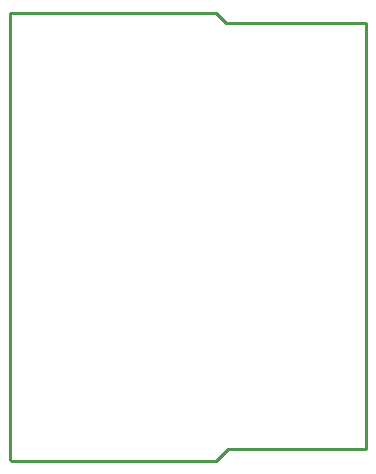
<source format=gko>
G04*
G04 #@! TF.GenerationSoftware,Altium Limited,Altium Designer,18.1.9 (240)*
G04*
G04 Layer_Color=16711935*
%FSLAX25Y25*%
%MOIN*%
G70*
G01*
G75*
%ADD10C,0.01000*%
D10*
X391000Y185500D02*
Y334500D01*
Y185500D02*
X391500Y185000D01*
X459500D01*
X463500Y189000D01*
X509500D01*
Y331000D01*
X463000D02*
X509500D01*
X459500Y334500D02*
X463000Y331000D01*
X391000Y334500D02*
X459500D01*
M02*

</source>
